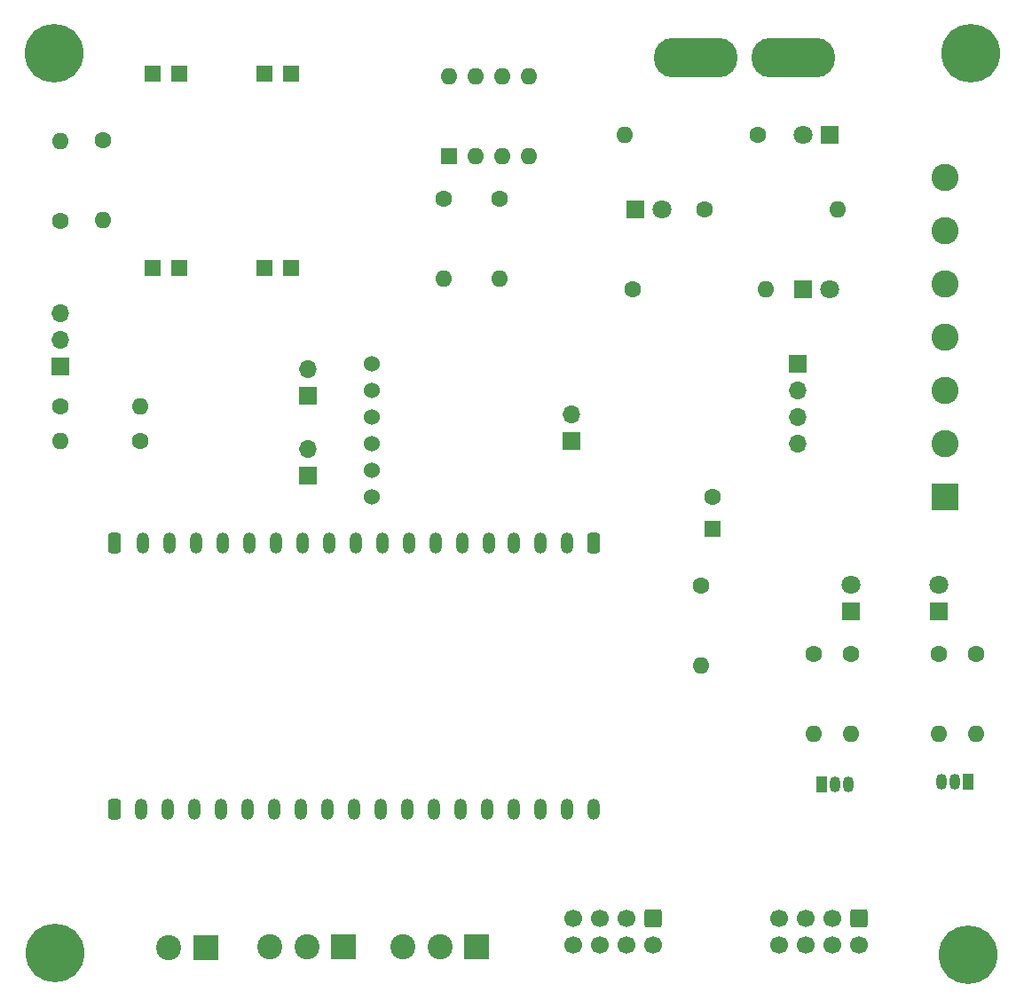
<source format=gbr>
%TF.GenerationSoftware,KiCad,Pcbnew,(6.0.2)*%
%TF.CreationDate,2022-11-16T14:07:38+00:00*%
%TF.ProjectId,stupid-mobility-adapter-v3,73747570-6964-42d6-9d6f-62696c697479,rev?*%
%TF.SameCoordinates,Original*%
%TF.FileFunction,Soldermask,Top*%
%TF.FilePolarity,Negative*%
%FSLAX46Y46*%
G04 Gerber Fmt 4.6, Leading zero omitted, Abs format (unit mm)*
G04 Created by KiCad (PCBNEW (6.0.2)) date 2022-11-16 14:07:38*
%MOMM*%
%LPD*%
G01*
G04 APERTURE LIST*
G04 Aperture macros list*
%AMRoundRect*
0 Rectangle with rounded corners*
0 $1 Rounding radius*
0 $2 $3 $4 $5 $6 $7 $8 $9 X,Y pos of 4 corners*
0 Add a 4 corners polygon primitive as box body*
4,1,4,$2,$3,$4,$5,$6,$7,$8,$9,$2,$3,0*
0 Add four circle primitives for the rounded corners*
1,1,$1+$1,$2,$3*
1,1,$1+$1,$4,$5*
1,1,$1+$1,$6,$7*
1,1,$1+$1,$8,$9*
0 Add four rect primitives between the rounded corners*
20,1,$1+$1,$2,$3,$4,$5,0*
20,1,$1+$1,$4,$5,$6,$7,0*
20,1,$1+$1,$6,$7,$8,$9,0*
20,1,$1+$1,$8,$9,$2,$3,0*%
G04 Aperture macros list end*
%ADD10C,1.600000*%
%ADD11O,1.600000X1.600000*%
%ADD12R,2.600000X2.600000*%
%ADD13C,2.600000*%
%ADD14R,1.800000X1.800000*%
%ADD15C,1.800000*%
%ADD16R,1.700000X1.700000*%
%ADD17O,1.700000X1.700000*%
%ADD18R,1.050000X1.500000*%
%ADD19O,1.050000X1.500000*%
%ADD20R,2.400000X2.400000*%
%ADD21C,2.400000*%
%ADD22C,5.600000*%
%ADD23R,1.600000X1.600000*%
%ADD24O,1.200000X2.000000*%
%ADD25RoundRect,0.300000X-0.300000X-0.700000X0.300000X-0.700000X0.300000X0.700000X-0.300000X0.700000X0*%
%ADD26RoundRect,0.300000X0.300000X0.700000X-0.300000X0.700000X-0.300000X-0.700000X0.300000X-0.700000X0*%
%ADD27C,1.524000*%
%ADD28RoundRect,0.250000X-0.600000X0.600000X-0.600000X-0.600000X0.600000X-0.600000X0.600000X0.600000X0*%
%ADD29C,1.700000*%
%ADD30O,8.000000X3.800000*%
%ADD31R,1.524000X1.524000*%
G04 APERTURE END LIST*
D10*
%TO.C,R4*%
X201676000Y-69596000D03*
D11*
X201676000Y-77216000D03*
%TD*%
D10*
%TO.C,R8*%
X226568000Y-70612000D03*
D11*
X239268000Y-70612000D03*
%TD*%
D12*
%TO.C,U3*%
X249474000Y-98049000D03*
D13*
X249474000Y-92969000D03*
X249474000Y-87889000D03*
X249474000Y-82809000D03*
X249474000Y-77729000D03*
X249474000Y-72649000D03*
X249474000Y-67569000D03*
%TD*%
D10*
%TO.C,R10*%
X236982000Y-113030000D03*
D11*
X236982000Y-120650000D03*
%TD*%
D14*
%TO.C,D4*%
X240538000Y-108971000D03*
D15*
X240538000Y-106431000D03*
%TD*%
D10*
%TO.C,R14*%
X226187000Y-106553000D03*
D11*
X226187000Y-114173000D03*
%TD*%
D16*
%TO.C,J10*%
X213868000Y-92710000D03*
D17*
X213868000Y-90170000D03*
%TD*%
D10*
%TO.C,R13*%
X248920000Y-113030000D03*
D11*
X248920000Y-120650000D03*
%TD*%
D18*
%TO.C,Q2*%
X251714000Y-125222000D03*
D19*
X250444000Y-125222000D03*
X249174000Y-125222000D03*
%TD*%
D16*
%TO.C,J9*%
X165100000Y-85598000D03*
D17*
X165100000Y-83058000D03*
X165100000Y-80518000D03*
%TD*%
D10*
%TO.C,R5*%
X165100000Y-89408000D03*
D11*
X172720000Y-89408000D03*
%TD*%
D10*
%TO.C,R9*%
X231648000Y-63481000D03*
D11*
X218948000Y-63481000D03*
%TD*%
D14*
%TO.C,D5*%
X248920000Y-108971000D03*
D15*
X248920000Y-106431000D03*
%TD*%
D20*
%TO.C,J2*%
X192111250Y-140970000D03*
D21*
X188611250Y-140970000D03*
X185111250Y-140970000D03*
%TD*%
D22*
%TO.C,3.2*%
X251714000Y-141732000D03*
%TD*%
D16*
%TO.C,J6*%
X188722000Y-96012000D03*
D17*
X188722000Y-93472000D03*
%TD*%
D14*
%TO.C,D3*%
X238506000Y-63500000D03*
D15*
X235966000Y-63500000D03*
%TD*%
D16*
%TO.C,J7*%
X235458000Y-85344000D03*
D17*
X235458000Y-87884000D03*
X235458000Y-90424000D03*
X235458000Y-92964000D03*
%TD*%
D16*
%TO.C,J8*%
X188722000Y-88397000D03*
D17*
X188722000Y-85857000D03*
%TD*%
D23*
%TO.C,U4*%
X202194000Y-65522000D03*
D11*
X204734000Y-65522000D03*
X207274000Y-65522000D03*
X209814000Y-65522000D03*
X209814000Y-57902000D03*
X207274000Y-57902000D03*
X204734000Y-57902000D03*
X202194000Y-57902000D03*
%TD*%
D22*
%TO.C,3.2*%
X164465000Y-55753000D03*
%TD*%
D10*
%TO.C,R1*%
X169164000Y-64008000D03*
D11*
X169164000Y-71628000D03*
%TD*%
D14*
%TO.C,D1*%
X235961000Y-78213000D03*
D15*
X238501000Y-78213000D03*
%TD*%
D10*
%TO.C,R3*%
X172720000Y-92710000D03*
D11*
X165100000Y-92710000D03*
%TD*%
D10*
%TO.C,R11*%
X252476000Y-113030000D03*
D11*
X252476000Y-120650000D03*
%TD*%
D10*
%TO.C,R7*%
X219710000Y-78213000D03*
D11*
X232410000Y-78213000D03*
%TD*%
D24*
%TO.C,U5*%
X216002670Y-127873680D03*
X213462670Y-127873680D03*
X210922670Y-127873680D03*
X208382670Y-127873680D03*
X205842670Y-127873680D03*
X203302670Y-127873680D03*
X200762670Y-127873680D03*
X198222670Y-127873680D03*
X195682670Y-127873680D03*
X193142670Y-127873680D03*
X190602670Y-127873680D03*
X188062670Y-127873680D03*
X185522670Y-127873680D03*
X182982670Y-127873680D03*
X180442670Y-127873680D03*
X177902670Y-127873680D03*
X175362670Y-127873680D03*
X172822670Y-127873680D03*
D25*
X170285390Y-127870000D03*
X170277230Y-102470000D03*
D24*
X172946950Y-102470000D03*
X175486950Y-102470000D03*
X178026950Y-102470000D03*
X180566950Y-102470000D03*
X183106950Y-102470000D03*
X185646950Y-102470000D03*
X188186950Y-102470000D03*
X190726950Y-102470000D03*
X193266950Y-102470000D03*
X195806950Y-102470000D03*
X198346950Y-102470000D03*
X200886950Y-102470000D03*
X203426950Y-102470000D03*
X205966950Y-102470000D03*
X208379950Y-102470000D03*
X210919950Y-102470000D03*
X213459950Y-102470000D03*
D26*
X215999950Y-102470000D03*
%TD*%
D20*
%TO.C,J4*%
X204795000Y-140970000D03*
D21*
X201295000Y-140970000D03*
X197795000Y-140970000D03*
%TD*%
D14*
%TO.C,D2*%
X219959000Y-70612000D03*
D15*
X222499000Y-70612000D03*
%TD*%
D27*
%TO.C,U1*%
X194828000Y-85354000D03*
X194828000Y-87894000D03*
X194828000Y-90434000D03*
X194828000Y-92974000D03*
X194828000Y-95514000D03*
X194828000Y-98054000D03*
%TD*%
D22*
%TO.C,3.2*%
X164592000Y-141605000D03*
%TD*%
D10*
%TO.C,R2*%
X165100000Y-71755000D03*
D11*
X165100000Y-64135000D03*
%TD*%
D20*
%TO.C,J5*%
X178942500Y-141087500D03*
D21*
X175442500Y-141087500D03*
%TD*%
D28*
%TO.C,J1*%
X221615000Y-138312500D03*
D29*
X221615000Y-140852500D03*
X219075000Y-138312500D03*
X219075000Y-140852500D03*
X216535000Y-138312500D03*
X216535000Y-140852500D03*
X213995000Y-138312500D03*
X213995000Y-140852500D03*
%TD*%
D28*
%TO.C,J3*%
X241300000Y-138312500D03*
D29*
X241300000Y-140852500D03*
X238760000Y-138312500D03*
X238760000Y-140852500D03*
X236220000Y-138312500D03*
X236220000Y-140852500D03*
X233680000Y-138312500D03*
X233680000Y-140852500D03*
%TD*%
D10*
%TO.C,R6*%
X207010000Y-69596000D03*
D11*
X207010000Y-77216000D03*
%TD*%
D18*
%TO.C,Q1*%
X237744000Y-125476000D03*
D19*
X239014000Y-125476000D03*
X240284000Y-125476000D03*
%TD*%
D22*
%TO.C,3.2*%
X251968000Y-55753000D03*
%TD*%
D30*
%TO.C,F1*%
X225728000Y-56134000D03*
X235028000Y-56134000D03*
%TD*%
D31*
%TO.C,U2*%
X176458500Y-57639000D03*
X173918500Y-57639000D03*
X184586500Y-57639000D03*
X187126500Y-57639000D03*
X184586500Y-76181000D03*
X187126500Y-76181000D03*
X176458500Y-76181000D03*
X173918500Y-76181000D03*
%TD*%
D10*
%TO.C,R12*%
X240538000Y-113030000D03*
D11*
X240538000Y-120650000D03*
%TD*%
D23*
%TO.C,BZ1*%
X227330000Y-101092000D03*
D10*
X227330000Y-98092000D03*
%TD*%
M02*

</source>
